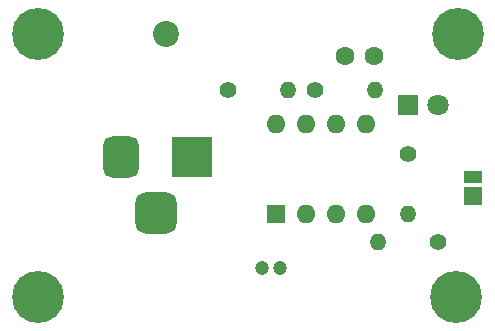
<source format=gbr>
%TF.GenerationSoftware,KiCad,Pcbnew,8.0.5*%
%TF.CreationDate,2025-01-05T00:34:36+01:00*%
%TF.ProjectId,my_Project1,6d795f50-726f-46a6-9563-74312e6b6963,rev?*%
%TF.SameCoordinates,Original*%
%TF.FileFunction,Soldermask,Top*%
%TF.FilePolarity,Negative*%
%FSLAX46Y46*%
G04 Gerber Fmt 4.6, Leading zero omitted, Abs format (unit mm)*
G04 Created by KiCad (PCBNEW 8.0.5) date 2025-01-05 00:34:36*
%MOMM*%
%LPD*%
G01*
G04 APERTURE LIST*
G04 Aperture macros list*
%AMRoundRect*
0 Rectangle with rounded corners*
0 $1 Rounding radius*
0 $2 $3 $4 $5 $6 $7 $8 $9 X,Y pos of 4 corners*
0 Add a 4 corners polygon primitive as box body*
4,1,4,$2,$3,$4,$5,$6,$7,$8,$9,$2,$3,0*
0 Add four circle primitives for the rounded corners*
1,1,$1+$1,$2,$3*
1,1,$1+$1,$4,$5*
1,1,$1+$1,$6,$7*
1,1,$1+$1,$8,$9*
0 Add four rect primitives between the rounded corners*
20,1,$1+$1,$2,$3,$4,$5,0*
20,1,$1+$1,$4,$5,$6,$7,0*
20,1,$1+$1,$6,$7,$8,$9,0*
20,1,$1+$1,$8,$9,$2,$3,0*%
G04 Aperture macros list end*
%ADD10R,1.500000X1.500000*%
%ADD11R,1.500000X1.000000*%
%ADD12R,1.600000X1.600000*%
%ADD13O,1.600000X1.600000*%
%ADD14C,1.400000*%
%ADD15O,1.400000X1.400000*%
%ADD16R,3.500000X3.500000*%
%ADD17RoundRect,0.750000X-0.750000X-1.000000X0.750000X-1.000000X0.750000X1.000000X-0.750000X1.000000X0*%
%ADD18RoundRect,0.875000X-0.875000X-0.875000X0.875000X-0.875000X0.875000X0.875000X-0.875000X0.875000X0*%
%ADD19C,2.200000*%
%ADD20C,0.700000*%
%ADD21C,4.400000*%
%ADD22R,1.800000X1.800000*%
%ADD23C,1.800000*%
%ADD24C,1.200000*%
%ADD25C,1.600000*%
G04 APERTURE END LIST*
D10*
%TO.C,Ext-LED*%
X99300000Y-81400000D03*
D11*
X99300000Y-79850000D03*
%TD*%
D12*
%TO.C,U1*%
X82600000Y-83000000D03*
D13*
X85140000Y-83000000D03*
X87680000Y-83000000D03*
X90220000Y-83000000D03*
X90220000Y-75380000D03*
X87680000Y-75380000D03*
X85140000Y-75380000D03*
X82600000Y-75380000D03*
%TD*%
D14*
%TO.C,R4*%
X96340000Y-85300000D03*
D15*
X91260000Y-85300000D03*
%TD*%
D14*
%TO.C,R3*%
X93800000Y-77900000D03*
D15*
X93800000Y-82980000D03*
%TD*%
D14*
%TO.C,R2*%
X78520000Y-72500000D03*
D15*
X83600000Y-72500000D03*
%TD*%
D14*
%TO.C,R1*%
X85960000Y-72500000D03*
D15*
X91040000Y-72500000D03*
%TD*%
D16*
%TO.C,J1*%
X75500000Y-78142500D03*
D17*
X69500000Y-78142500D03*
D18*
X72500000Y-82842500D03*
%TD*%
D19*
%TO.C,H5*%
X73300000Y-67700000D03*
%TD*%
D20*
%TO.C,H4*%
X96250000Y-90000000D03*
X96733274Y-88833274D03*
X96733274Y-91166726D03*
X97900000Y-88350000D03*
D21*
X97900000Y-90000000D03*
D20*
X97900000Y-91650000D03*
X99066726Y-88833274D03*
X99066726Y-91166726D03*
X99550000Y-90000000D03*
%TD*%
%TO.C,H3*%
X96350000Y-67700000D03*
X96833274Y-66533274D03*
X96833274Y-68866726D03*
X98000000Y-66050000D03*
D21*
X98000000Y-67700000D03*
D20*
X98000000Y-69350000D03*
X99166726Y-66533274D03*
X99166726Y-68866726D03*
X99650000Y-67700000D03*
%TD*%
%TO.C,H2*%
X60850000Y-90000000D03*
X61333274Y-88833274D03*
X61333274Y-91166726D03*
X62500000Y-88350000D03*
D21*
X62500000Y-90000000D03*
D20*
X62500000Y-91650000D03*
X63666726Y-88833274D03*
X63666726Y-91166726D03*
X64150000Y-90000000D03*
%TD*%
%TO.C,H1*%
X60800000Y-67750000D03*
X61283274Y-66583274D03*
X61283274Y-68916726D03*
X62450000Y-66100000D03*
D21*
X62450000Y-67750000D03*
D20*
X62450000Y-69400000D03*
X63616726Y-66583274D03*
X63616726Y-68916726D03*
X64100000Y-67750000D03*
%TD*%
D22*
%TO.C,LED*%
X93825000Y-73700000D03*
D23*
X96365000Y-73700000D03*
%TD*%
D24*
%TO.C,C2*%
X81450000Y-87500000D03*
X82950000Y-87500000D03*
%TD*%
D25*
%TO.C,C1*%
X88450000Y-69600000D03*
X90950000Y-69600000D03*
%TD*%
M02*

</source>
